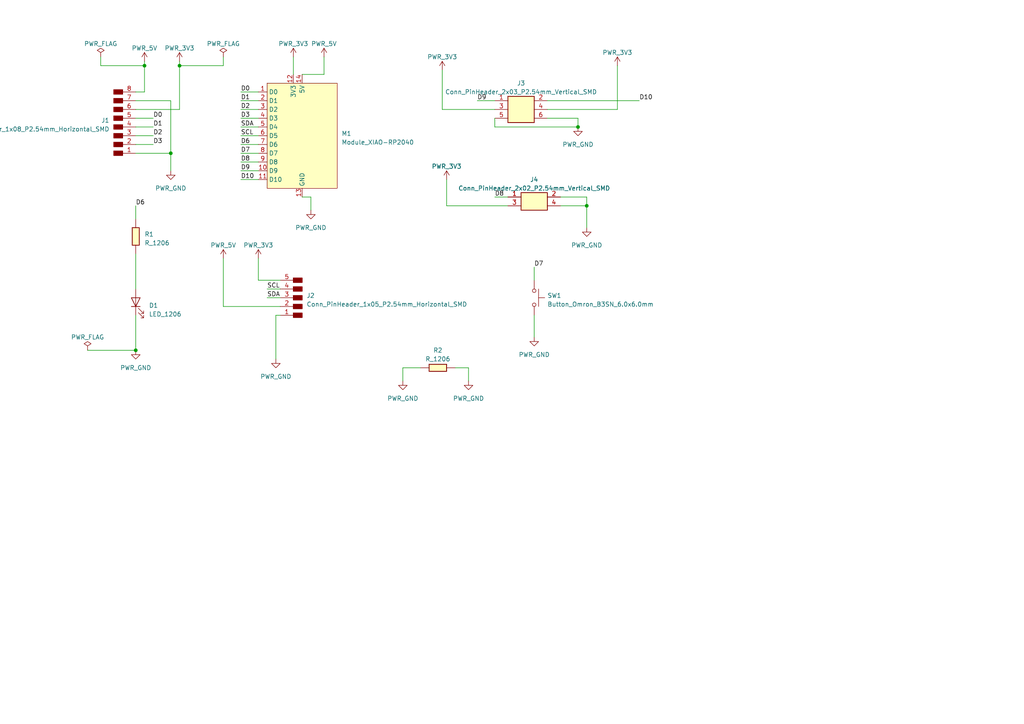
<source format=kicad_sch>
(kicad_sch (version 20230121) (generator eeschema)
  (paper "A4")
  (lib_symbols
    (symbol "fab:Button_Omron_B3SN_6.0x6.0mm" (pin_numbers hide) (pin_names (offset 1.016) hide)
      (property "Reference" "SW" (at 1.27 2.54 0))
      (property "Value" "Button_Omron_B3SN_6.0x6.0mm" (at 0 -1.524 0))
      (symbol "Button_Omron_B3SN_6.0x6.0mm_0_1"
        (circle (center -2.032 0) (radius 0.508))
        (polyline (pts (xy 0 1.27) (xy 0 3.048)))
        (polyline (pts (xy 2.54 1.27) (xy -2.54 1.27)))
        (circle (center 2.032 0) (radius 0.508))
        (pin passive line (at -5.08 0 0) (length 2.54) (name "1") (number "1"))
        (pin passive line (at 5.08 0 180) (length 2.54) (name "2") (number "2"))
      )
    )
    (symbol "fab:Conn_PinHeader_1x05_P2.54mm_Horizontal_SMD" (pin_names hide)
      (property "Reference" "J" (at 0 7.62 0))
      (property "Value" "Conn_PinHeader_1x05_P2.54mm_Horizontal_SMD" (at 0 -7.62 0))
      (symbol "Conn_PinHeader_1x05_P2.54mm_Horizontal_SMD_1_1"
        (rectangle (start -1.27 -4.445) (end 1.27 -5.715) (stroke (width 0.254)) (fill (type outline)))
        (rectangle (start -1.27 -1.905) (end 1.27 -3.175) (stroke (width 0.254)) (fill (type outline)))
        (rectangle (start -1.27 0.635) (end 1.27 -0.635) (stroke (width 0.254)) (fill (type outline)))
        (rectangle (start -1.27 3.175) (end 1.27 1.905) (stroke (width 0.254)) (fill (type outline)))
        (rectangle (start -1.27 5.715) (end 1.27 4.445) (stroke (width 0.254)) (fill (type outline)))
        (pin passive line (at 5.08 5.08 180) (length 3.81) (name "Pin_1") (number "1"))
        (pin passive line (at 5.08 2.54 180) (length 3.81) (name "Pin_2") (number "2"))
        (pin passive line (at 5.08 0 180) (length 3.81) (name "Pin_3") (number "3"))
        (pin passive line (at 5.08 -2.54 180) (length 3.81) (name "Pin_4") (number "4"))
        (pin passive line (at 5.08 -5.08 180) (length 3.81) (name "Pin_5") (number "5"))
      )
    )
    (symbol "fab:Conn_PinHeader_1x08_P2.54mm_Horizontal_SMD" (pin_names hide)
      (property "Reference" "J" (at 0 10.16 0))
      (property "Value" "Conn_PinHeader_1x08_P2.54mm_Horizontal_SMD" (at 0 -12.7 0))
      (symbol "Conn_PinHeader_1x08_P2.54mm_Horizontal_SMD_1_1"
        (rectangle (start -1.27 -9.525) (end 1.27 -10.795) (stroke (width 0.254)) (fill (type outline)))
        (rectangle (start -1.27 -6.985) (end 1.27 -8.255) (stroke (width 0.254)) (fill (type outline)))
        (rectangle (start -1.27 -4.445) (end 1.27 -5.715) (stroke (width 0.254)) (fill (type outline)))
        (rectangle (start -1.27 -1.905) (end 1.27 -3.175) (stroke (width 0.254)) (fill (type outline)))
        (rectangle (start -1.27 0.635) (end 1.27 -0.635) (stroke (width 0.254)) (fill (type outline)))
        (rectangle (start -1.27 3.175) (end 1.27 1.905) (stroke (width 0.254)) (fill (type outline)))
        (rectangle (start -1.27 5.715) (end 1.27 4.445) (stroke (width 0.254)) (fill (type outline)))
        (rectangle (start -1.27 8.255) (end 1.27 6.985) (stroke (width 0.254)) (fill (type outline)))
        (pin passive line (at 5.08 7.62 180) (length 3.81) (name "Pin_1") (number "1"))
        (pin passive line (at 5.08 5.08 180) (length 3.81) (name "Pin_2") (number "2"))
        (pin passive line (at 5.08 2.54 180) (length 3.81) (name "Pin_3") (number "3"))
        (pin passive line (at 5.08 0 180) (length 3.81) (name "Pin_4") (number "4"))
        (pin passive line (at 5.08 -2.54 180) (length 3.81) (name "Pin_5") (number "5"))
        (pin passive line (at 5.08 -5.08 180) (length 3.81) (name "Pin_6") (number "6"))
        (pin passive line (at 5.08 -7.62 180) (length 3.81) (name "Pin_7") (number "7"))
        (pin passive line (at 5.08 -10.16 180) (length 3.81) (name "Pin_8") (number "8"))
      )
    )
    (symbol "fab:Conn_PinHeader_2x02_P2.54mm_Vertical_SMD" (pin_names hide)
      (property "Reference" "J" (at 0 3.81 0))
      (property "Value" "Conn_PinHeader_2x02_P2.54mm_Vertical_SMD" (at 0 -3.81 0))
      (symbol "Conn_PinHeader_2x02_P2.54mm_Vertical_SMD_1_1"
        (rectangle (start -3.81 2.54) (end 3.81 -2.54) (stroke (width 0.254)) (fill (type background)))
        (pin passive line (at -7.62 1.27 0) (length 3.81) (name "Pin_1") (number "1"))
        (pin passive line (at 7.62 1.27 180) (length 3.81) (name "Pin_2") (number "2"))
        (pin passive line (at -7.62 -1.27 0) (length 3.81) (name "Pin_3") (number "3"))
        (pin passive line (at 7.62 -1.27 180) (length 3.81) (name "Pin_4") (number "4"))
      )
    )
    (symbol "fab:Conn_PinHeader_2x03_P2.54mm_Vertical_SMD" (pin_names hide)
      (property "Reference" "J" (at 0 5.08 0))
      (property "Value" "Conn_PinHeader_2x03_P2.54mm_Vertical_SMD" (at 0 -5.08 0))
      (symbol "Conn_PinHeader_2x03_P2.54mm_Vertical_SMD_1_1"
        (rectangle (start -3.81 3.81) (end 3.81 -3.81) (stroke (width 0.254)) (fill (type background)))
        (pin passive line (at -7.62 2.54 0) (length 3.81) (name "Pin_1") (number "1"))
        (pin passive line (at 7.62 2.54 180) (length 3.81) (name "Pin_2") (number "2"))
        (pin passive line (at -7.62 0 0) (length 3.81) (name "Pin_3") (number "3"))
        (pin passive line (at 7.62 0 180) (length 3.81) (name "Pin_4") (number "4"))
        (pin passive line (at -7.62 -2.54 0) (length 3.81) (name "Pin_5") (number "5"))
        (pin passive line (at 7.62 -2.54 180) (length 3.81) (name "Pin_6") (number "6"))
      )
    )
    (symbol "fab:LED_1206" (pin_numbers hide) (pin_names (offset 1.016) hide)
      (property "Reference" "D" (at 0 2.54 0))
      (property "Value" "LED_1206" (at 0 -2.54 0))
      (symbol "LED_1206_0_1"
        (polyline (pts (xy -1.27 -1.27) (xy -1.27 1.27)) (stroke (width 0.2032)))
        (polyline (pts (xy -1.27 0) (xy 1.27 0)))
        (polyline (pts (xy 1.27 -1.27) (xy 1.27 1.27) (xy -1.27 0) (xy 1.27 -1.27)) (stroke (width 0.2032)))
        (polyline (pts (xy -3.048 -0.762) (xy -4.572 -2.286) (xy -3.81 -2.286) (xy -4.572 -2.286) (xy -4.572 -1.524)))
        (polyline (pts (xy -1.778 -0.762) (xy -3.302 -2.286) (xy -2.54 -2.286) (xy -3.302 -2.286) (xy -3.302 -1.524)))
      )
      (symbol "LED_1206_1_1"
        (pin passive line (at -3.81 0 0) (length 2.54) (name "K") (number "1"))
        (pin passive line (at 3.81 0 180) (length 2.54) (name "A") (number "2"))
      )
    )
    (symbol "fab:Module_XIAO-RP2040"
      (property "Reference" "M" (at 0 0 0))
      (property "Value" "Module_XIAO-RP2040" (at 0 2.54 0))
      (symbol "Module_XIAO-RP2040_0_1"
        (rectangle (start -10.16 15.24) (end 10.16 -15.24) (fill (type background)))
      )
      (symbol "Module_XIAO-RP2040_1_1"
        (pin bidirectional line (at -12.7 12.7 0) (length 2.54) (name "D0") (number "1"))
        (pin bidirectional line (at -12.7 -10.16 0) (length 2.54) (name "D9") (number "10"))
        (pin bidirectional line (at -12.7 -12.7 0) (length 2.54) (name "D10") (number "11"))
        (pin power_in line (at -2.54 17.78 270) (length 2.54) (name "3V3") (number "12"))
        (pin power_in line (at 0 -17.78 90) (length 2.54) (name "GND") (number "13"))
        (pin power_in line (at 0 17.78 270) (length 2.54) (name "5V") (number "14"))
        (pin bidirectional line (at -12.7 10.16 0) (length 2.54) (name "D1") (number "2"))
        (pin bidirectional line (at -12.7 7.62 0) (length 2.54) (name "D2") (number "3"))
        (pin bidirectional line (at -12.7 5.08 0) (length 2.54) (name "D3") (number "4"))
        (pin bidirectional line (at -12.7 2.54 0) (length 2.54) (name "D4") (number "5"))
        (pin bidirectional line (at -12.7 0 0) (length 2.54) (name "D5") (number "6"))
        (pin bidirectional line (at -12.7 -2.54 0) (length 2.54) (name "D6") (number "7"))
        (pin bidirectional line (at -12.7 -5.08 0) (length 2.54) (name "D7") (number "8"))
        (pin bidirectional line (at -12.7 -7.62 0) (length 2.54) (name "D8") (number "9"))
      )
    )
    (symbol "fab:PWR_3V3" (power) (pin_names (offset 0))
      (property "Value" "PWR_3V3" (at 0 3.556 0))
      (symbol "PWR_3V3_0_1"
        (polyline (pts (xy -0.762 1.27) (xy 0 2.54)))
        (polyline (pts (xy 0 0) (xy 0 2.54)))
        (polyline (pts (xy 0 2.54) (xy 0.762 1.27)))
      )
      (symbol "PWR_3V3_1_1"
        (pin power_in line (at 0 0 90) (length 0) hide (name "PWR_3V3") (number "1"))
      )
    )
    (symbol "fab:PWR_5V" (power) (pin_names (offset 0))
      (property "Value" "PWR_5V" (at 0 3.556 0))
      (symbol "PWR_5V_0_1"
        (polyline (pts (xy -0.762 1.27) (xy 0 2.54)))
        (polyline (pts (xy 0 0) (xy 0 2.54)))
        (polyline (pts (xy 0 2.54) (xy 0.762 1.27)))
      )
      (symbol "PWR_5V_1_1"
        (pin power_in line (at 0 0 90) (length 0) hide (name "PWR_5V") (number "1"))
      )
    )
    (symbol "fab:PWR_FLAG" (power) (pin_numbers hide) (pin_names (offset 0) hide)
      (property "Value" "PWR_FLAG" (at 0 3.81 0))
      (symbol "PWR_FLAG_0_0"
        (pin power_out line (at 0 0 90) (length 0) (name "PWR_FLAG") (number "1"))
      )
      (symbol "PWR_FLAG_0_1"
        (polyline (pts (xy 0 0) (xy 0 1.27) (xy -1.016 1.905) (xy 0 2.54) (xy 1.016 1.905) (xy 0 1.27)))
      )
    )
    (symbol "fab:PWR_GND" (power) (pin_names (offset 0))
      (property "Value" "PWR_GND" (at 0 -3.81 0))
      (symbol "PWR_GND_0_1"
        (polyline (pts (xy 0 0) (xy 0 -1.27) (xy 1.27 -1.27) (xy 0 -2.54) (xy -1.27 -1.27) (xy 0 -1.27)))
      )
      (symbol "PWR_GND_1_1"
        (pin power_in line (at 0 0 270) (length 0) hide (name "PWR_GND") (number "1"))
      )
    )
    (symbol "fab:R_1206" (pin_numbers hide) (pin_names (offset 0))
      (property "Reference" "R" (at 2.54 0 90))
      (property "Value" "R_1206" (at -2.54 0 90))
      (symbol "R_1206_0_1"
        (rectangle (start -1.016 -2.54) (end 1.016 2.54) (stroke (width 0.254)) (fill (type background)))
      )
      (symbol "R_1206_1_1"
        (pin passive line (at 0 5.08 270) (length 2.54) (name "~") (number "1"))
        (pin passive line (at 0 -5.08 90) (length 2.54) (name "~") (number "2"))
      )
    )
  )
  (junction (at 52.07 19.05))
  (junction (at 170.18 59.69))
  (junction (at 41.91 19.05))
  (junction (at 167.64 36.83))
  (junction (at 49.53 44.45))
  (junction (at 39.37 101.6))
  (wire (pts (xy 41.91 19.05) (xy 41.91 17.78)))
  (wire (pts (xy 39.37 91.44) (xy 39.37 101.6)))
  (wire (pts (xy 121.92 106.68) (xy 116.84 106.68)))
  (wire (pts (xy 52.07 19.05) (xy 52.07 17.78)))
  (wire (pts (xy 39.37 31.75) (xy 52.07 31.75)))
  (wire (pts (xy 85.09 16.51) (xy 85.09 21.59)))
  (wire (pts (xy 158.75 31.75) (xy 179.07 31.75)))
  (wire (pts (xy 167.64 34.29) (xy 167.64 36.83)))
  (wire (pts (xy 39.37 59.69) (xy 39.37 63.5)))
  (wire (pts (xy 69.85 49.53) (xy 74.93 49.53)))
  (wire (pts (xy 81.28 88.9) (xy 64.77 88.9)))
  (wire (pts (xy 39.37 101.6) (xy 25.4 101.6)))
  (wire (pts (xy 143.51 36.83) (xy 167.64 36.83)))
  (wire (pts (xy 170.18 59.69) (xy 170.18 66.04)))
  (wire (pts (xy 69.85 41.91) (xy 74.93 41.91)))
  (wire (pts (xy 64.77 19.05) (xy 64.77 16.51)))
  (wire (pts (xy 128.27 31.75) (xy 128.27 20.32)))
  (wire (pts (xy 158.75 29.21) (xy 185.42 29.21)))
  (wire (pts (xy 77.47 86.36) (xy 81.28 86.36)))
  (wire (pts (xy 39.37 73.66) (xy 39.37 83.82)))
  (wire (pts (xy 49.53 29.21) (xy 49.53 44.45)))
  (wire (pts (xy 39.37 41.91) (xy 44.45 41.91)))
  (wire (pts (xy 69.85 44.45) (xy 74.93 44.45)))
  (wire (pts (xy 69.85 29.21) (xy 74.93 29.21)))
  (wire (pts (xy 52.07 19.05) (xy 64.77 19.05)))
  (wire (pts (xy 93.98 21.59) (xy 93.98 16.51)))
  (wire (pts (xy 162.56 59.69) (xy 170.18 59.69)))
  (wire (pts (xy 132.08 106.68) (xy 135.89 106.68)))
  (wire (pts (xy 129.54 52.07) (xy 129.54 59.69)))
  (wire (pts (xy 69.85 52.07) (xy 74.93 52.07)))
  (wire (pts (xy 162.56 57.15) (xy 170.18 57.15)))
  (wire (pts (xy 87.63 57.15) (xy 90.17 57.15)))
  (wire (pts (xy 154.94 91.44) (xy 154.94 97.79)))
  (wire (pts (xy 179.07 31.75) (xy 179.07 19.05)))
  (wire (pts (xy 39.37 26.67) (xy 41.91 26.67)))
  (wire (pts (xy 138.43 29.21) (xy 143.51 29.21)))
  (wire (pts (xy 154.94 77.47) (xy 154.94 81.28)))
  (wire (pts (xy 143.51 34.29) (xy 143.51 36.83)))
  (wire (pts (xy 80.01 91.44) (xy 80.01 104.14)))
  (wire (pts (xy 69.85 26.67) (xy 74.93 26.67)))
  (wire (pts (xy 69.85 36.83) (xy 74.93 36.83)))
  (wire (pts (xy 39.37 44.45) (xy 49.53 44.45)))
  (wire (pts (xy 143.51 31.75) (xy 128.27 31.75)))
  (wire (pts (xy 49.53 44.45) (xy 49.53 49.53)))
  (wire (pts (xy 77.47 83.82) (xy 81.28 83.82)))
  (wire (pts (xy 39.37 36.83) (xy 44.45 36.83)))
  (wire (pts (xy 81.28 81.28) (xy 74.93 81.28)))
  (wire (pts (xy 74.93 81.28) (xy 74.93 74.93)))
  (wire (pts (xy 69.85 34.29) (xy 74.93 34.29)))
  (wire (pts (xy 69.85 46.99) (xy 74.93 46.99)))
  (wire (pts (xy 69.85 31.75) (xy 74.93 31.75)))
  (wire (pts (xy 81.28 91.44) (xy 80.01 91.44)))
  (wire (pts (xy 52.07 31.75) (xy 52.07 19.05)))
  (wire (pts (xy 135.89 106.68) (xy 135.89 110.49)))
  (wire (pts (xy 39.37 34.29) (xy 44.45 34.29)))
  (wire (pts (xy 29.21 16.51) (xy 29.21 19.05)))
  (wire (pts (xy 147.32 59.69) (xy 129.54 59.69)))
  (wire (pts (xy 116.84 106.68) (xy 116.84 110.49)))
  (wire (pts (xy 41.91 26.67) (xy 41.91 19.05)))
  (wire (pts (xy 143.51 57.15) (xy 147.32 57.15)))
  (wire (pts (xy 90.17 57.15) (xy 90.17 60.96)))
  (wire (pts (xy 87.63 21.59) (xy 93.98 21.59)))
  (wire (pts (xy 170.18 57.15) (xy 170.18 59.69)))
  (wire (pts (xy 39.37 29.21) (xy 49.53 29.21)))
  (wire (pts (xy 158.75 34.29) (xy 167.64 34.29)))
  (wire (pts (xy 39.37 39.37) (xy 44.45 39.37)))
  (wire (pts (xy 64.77 88.9) (xy 64.77 74.93)))
  (wire (pts (xy 29.21 19.05) (xy 41.91 19.05)))
  (wire (pts (xy 69.85 39.37) (xy 74.93 39.37)))
  (label "D2" (at 44.45 39.37 0))
  (label "D3" (at 69.85 34.29 0))
  (label "D1" (at 69.85 29.21 0))
  (label "SDA" (at 69.85 36.83 0))
  (label "D7" (at 69.85 44.45 0))
  (label "D10" (at 69.85 52.07 0))
  (label "D0" (at 44.45 34.29 0))
  (label "D0" (at 69.85 26.67 0))
  (label "D6" (at 39.37 59.69 0))
  (label "D7" (at 154.94 77.47 0))
  (label "D2" (at 69.85 31.75 0))
  (label "SCL" (at 77.47 83.82 0))
  (label "D3" (at 44.45 41.91 0))
  (label "D10" (at 185.42 29.21 0))
  (label "D9" (at 69.85 49.53 0))
  (label "D6" (at 69.85 41.91 0))
  (label "D8" (at 143.51 57.15 0))
  (label "SCL" (at 69.85 39.37 0))
  (label "D8" (at 69.85 46.99 0))
  (label "D1" (at 44.45 36.83 0))
  (label "SDA" (at 77.47 86.36 0))
  (label "D9" (at 138.43 29.21 0))
  (symbol (lib_id "fab:Conn_PinHeader_2x02_P2.54mm_Vertical_SMD") (at 154.94 58.42 0) (unit 1)
    (property "Reference" "J4" (at 154.94 52.07 0))
    (property "Value" "Conn_PinHeader_2x02_P2.54mm_Vertical_SMD" (at 154.94 54.61 0))
    (property "Footprint" "fab:PinHeader_2x02_P2.54mm_Vertical_SMD" (effects hide))
    (property "Datasheet" "https://cdn.amphenol-icc.com/media/wysiwyg/files/drawing/95278.pdf" (effects hide))
  )
  (symbol (lib_id "fab:R_1206") (at 127 106.68 90) (unit 1)
    (property "Reference" "R2" (at 127 101.6 90))
    (property "Value" "R_1206" (at 127 104.14 90))
    (property "Footprint" "fab:R_1206" (effects hide))
  )
  (symbol (lib_id "fab:PWR_GND") (at 116.84 110.49 0) (unit 1)
    (property "Reference" "#PWR017" (effects hide))
    (property "Value" "PWR_GND" (at 116.84 115.57 0))
  )
  (symbol (lib_id "fab:PWR_3V3") (at 74.93 74.93 0) (unit 1)
    (property "Reference" "#PWR08" (effects hide))
    (property "Value" "PWR_3V3" (at 74.93 71.12 0))
  )
  (symbol (lib_id "fab:LED_1206") (at 39.37 87.63 90) (unit 1)
    (property "Reference" "D1" (at 43.18 88.5952 90) (effects (justify right)))
    (property "Value" "LED_1206" (at 43.18 91.1352 90) (effects (justify right)))
    (property "Footprint" "fab:LED_1206" (effects hide))
    (property "Datasheet" "https://optoelectronics.liteon.com/upload/download/DS-22-98-0002/LTST-C150CKT.pdf" (effects hide))
  )
  (symbol (lib_id "fab:PWR_GND") (at 135.89 110.49 0) (unit 1)
    (property "Reference" "#PWR018" (effects hide))
    (property "Value" "PWR_GND" (at 135.89 115.57 0))
  )
  (symbol (lib_id "fab:PWR_GND") (at 39.37 101.6 0) (unit 1)
    (property "Reference" "#PWR011" (effects hide))
    (property "Value" "PWR_GND" (at 39.37 106.68 0))
  )
  (symbol (lib_id "fab:PWR_GND") (at 154.94 97.79 0) (unit 1)
    (property "Reference" "#PWR016" (effects hide))
    (property "Value" "PWR_GND" (at 154.94 102.87 0))
  )
  (symbol (lib_id "fab:PWR_3V3") (at 85.09 16.51 0) (unit 1)
    (property "Reference" "#PWR04" (effects hide))
    (property "Value" "PWR_3V3" (at 85.09 12.7 0))
  )
  (symbol (lib_id "fab:PWR_3V3") (at 52.07 17.78 0) (unit 1)
    (property "Reference" "#PWR01" (effects hide))
    (property "Value" "PWR_3V3" (at 52.07 13.97 0))
  )
  (symbol (lib_id "fab:Module_XIAO-RP2040") (at 87.63 39.37 0) (unit 1)
    (property "Reference" "M1" (at 99.06 38.735 0) (effects (justify left)))
    (property "Value" "Module_XIAO-RP2040" (at 99.06 41.275 0) (effects (justify left)))
    (property "Footprint" "own_library:XIAO_socket" (effects hide))
    (property "Datasheet" "https://wiki.seeedstudio.com/XIAO-RP2040/" (effects hide))
  )
  (symbol (lib_id "fab:PWR_GND") (at 80.01 104.14 0) (unit 1)
    (property "Reference" "#PWR015" (effects hide))
    (property "Value" "PWR_GND" (at 80.01 109.22 0))
  )
  (symbol (lib_id "fab:Conn_PinHeader_1x08_P2.54mm_Horizontal_SMD") (at 34.29 36.83 0) (mirror x) (unit 1)
    (property "Reference" "J1" (at 31.75 34.925 0) (effects (justify right)))
    (property "Value" "Conn_PinHeader_1x08_P2.54mm_Horizontal_SMD" (at 31.75 37.465 0) (effects (justify right)))
    (property "Footprint" "fab:PinHeader_1x08_P2.54mm_Horizontal_SMD" (effects hide))
  )
  (symbol (lib_id "fab:PWR_FLAG") (at 64.77 16.51 0) (unit 1)
    (property "Reference" "#FLG03" (effects hide))
    (property "Value" "PWR_FLAG" (at 64.77 12.7 0))
  )
  (symbol (lib_id "fab:R_1206") (at 39.37 68.58 0) (unit 1)
    (property "Reference" "R1" (at 41.91 67.945 0) (effects (justify left)))
    (property "Value" "R_1206" (at 41.91 70.485 0) (effects (justify left)))
    (property "Footprint" "fab:R_1206" (effects hide))
  )
  (symbol (lib_id "fab:PWR_3V3") (at 129.54 52.07 0) (unit 1)
    (property "Reference" "#PWR07" (effects hide))
    (property "Value" "PWR_3V3" (at 129.54 48.26 0))
  )
  (symbol (lib_id "fab:Conn_PinHeader_2x03_P2.54mm_Vertical_SMD") (at 151.13 31.75 0) (unit 1)
    (property "Reference" "J3" (at 151.13 24.13 0))
    (property "Value" "Conn_PinHeader_2x03_P2.54mm_Vertical_SMD" (at 151.13 26.67 0))
    (property "Footprint" "fab:PinHeader_2x03_P2.54mm_Vertical_SMD" (effects hide))
    (property "Datasheet" "https://cdn.amphenol-icc.com/media/wysiwyg/files/drawing/95278.pdf" (effects hide))
  )
  (symbol (lib_id "fab:PWR_GND") (at 170.18 66.04 0) (unit 1)
    (property "Reference" "#PWR012" (effects hide))
    (property "Value" "PWR_GND" (at 170.18 71.12 0))
  )
  (symbol (lib_id "fab:PWR_GND") (at 167.64 36.83 0) (unit 1)
    (property "Reference" "#PWR014" (effects hide))
    (property "Value" "PWR_GND" (at 167.64 41.91 0))
  )
  (symbol (lib_id "fab:PWR_FLAG") (at 25.4 101.6 0) (unit 1)
    (property "Reference" "#FLG01" (effects hide))
    (property "Value" "PWR_FLAG" (at 25.4 97.79 0))
  )
  (symbol (lib_id "fab:PWR_GND") (at 49.53 49.53 0) (unit 1)
    (property "Reference" "#PWR013" (effects hide))
    (property "Value" "PWR_GND" (at 49.53 54.61 0))
  )
  (symbol (lib_id "fab:PWR_FLAG") (at 29.21 16.51 0) (unit 1)
    (property "Reference" "#FLG02" (effects hide))
    (property "Value" "PWR_FLAG" (at 29.21 12.7 0))
  )
  (symbol (lib_id "fab:PWR_5V") (at 93.98 16.51 0) (unit 1)
    (property "Reference" "#PWR02" (effects hide))
    (property "Value" "PWR_5V" (at 93.98 12.7 0))
  )
  (symbol (lib_id "fab:Button_Omron_B3SN_6.0x6.0mm") (at 154.94 86.36 270) (unit 1)
    (property "Reference" "SW1" (at 158.75 85.725 90) (effects (justify left)))
    (property "Value" "Button_Omron_B3SN_6.0x6.0mm" (at 158.75 88.265 90) (effects (justify left)))
    (property "Footprint" "fab:Button_Omron_B3SN_6.0x6.0mm" (effects hide))
    (property "Datasheet" "https://omronfs.omron.com/en_US/ecb/products/pdf/en-b3sn.pdf" (effects hide))
  )
  (symbol (lib_id "fab:PWR_GND") (at 90.17 60.96 0) (unit 1)
    (property "Reference" "#PWR03" (effects hide))
    (property "Value" "PWR_GND" (at 90.17 66.04 0))
  )
  (symbol (lib_id "fab:PWR_3V3") (at 179.07 19.05 0) (unit 1)
    (property "Reference" "#PWR06" (effects hide))
    (property "Value" "PWR_3V3" (at 179.07 15.24 0))
  )
  (symbol (lib_id "fab:Conn_PinHeader_1x05_P2.54mm_Horizontal_SMD") (at 86.36 86.36 180) (unit 1)
    (property "Reference" "J2" (at 88.9 85.725 0) (effects (justify right)))
    (property "Value" "Conn_PinHeader_1x05_P2.54mm_Horizontal_SMD" (at 88.9 88.265 0) (effects (justify right)))
    (property "Footprint" "fab:PinHeader_1x05_P2.54mm_Horizontal_SMD" (effects hide))
  )
  (symbol (lib_id "fab:PWR_3V3") (at 128.27 20.32 0) (unit 1)
    (property "Reference" "#PWR05" (effects hide))
    (property "Value" "PWR_3V3" (at 128.27 16.51 0))
  )
  (symbol (lib_id "fab:PWR_5V") (at 41.91 17.78 0) (unit 1)
    (property "Reference" "#PWR09" (effects hide))
    (property "Value" "PWR_5V" (at 41.91 13.97 0))
  )
  (symbol (lib_id "fab:PWR_5V") (at 64.77 74.93 0) (unit 1)
    (property "Reference" "#PWR010" (effects hide))
    (property "Value" "PWR_5V" (at 64.77 71.12 0))
  )
)
</source>
